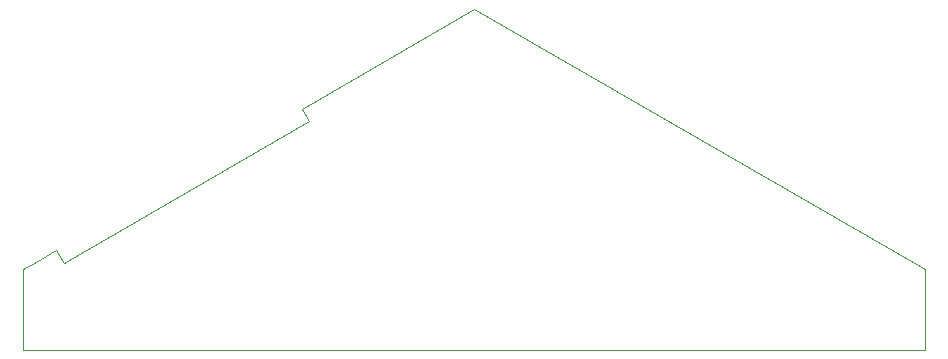
<source format=gbr>
%TF.GenerationSoftware,KiCad,Pcbnew,(6.0.2)*%
%TF.CreationDate,2022-06-07T19:59:31+02:00*%
%TF.ProjectId,cup_connect,6375705f-636f-46e6-9e65-63742e6b6963,rev?*%
%TF.SameCoordinates,Original*%
%TF.FileFunction,Profile,NP*%
%FSLAX46Y46*%
G04 Gerber Fmt 4.6, Leading zero omitted, Abs format (unit mm)*
G04 Created by KiCad (PCBNEW (6.0.2)) date 2022-06-07 19:59:31*
%MOMM*%
%LPD*%
G01*
G04 APERTURE LIST*
%TA.AperFunction,Profile*%
%ADD10C,0.100000*%
%TD*%
G04 APERTURE END LIST*
D10*
X-38173723Y-22039608D02*
X-38176391Y-28847028D01*
X38176200Y-28850000D02*
X-38176200Y-28849999D01*
X38176200Y-28849999D02*
X38176200Y-28849999D01*
X38178868Y-22042579D02*
X38176200Y-28850000D01*
X-38173723Y-22039608D02*
X-37084755Y-21410892D01*
X-37084755Y-21410892D02*
X-35377138Y-20424999D01*
X-13967528Y-9507532D02*
X-14592529Y-8425000D01*
X0Y0D02*
X38178868Y-22042579D01*
X-14592529Y-8425000D02*
X0Y0D01*
X-35377138Y-20424999D02*
X-34752139Y-21507532D01*
X-34752138Y-21507532D02*
X-13967529Y-9507532D01*
M02*

</source>
